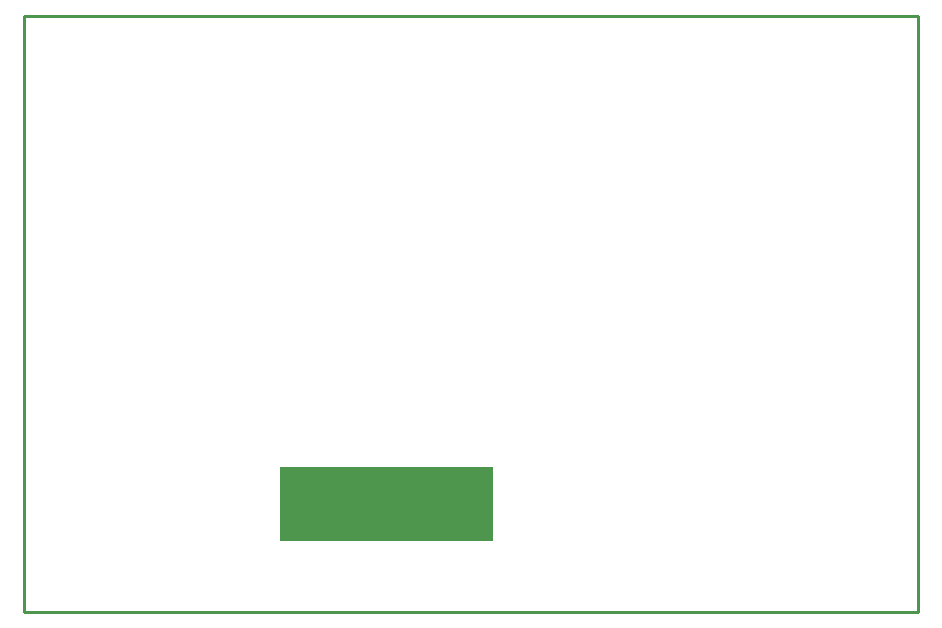
<source format=gbr>
G04*
G04 #@! TF.GenerationSoftware,Altium Limited,Altium Designer,25.0.2 (28)*
G04*
G04 Layer_Color=16711935*
%FSLAX44Y44*%
%MOMM*%
G71*
G04*
G04 #@! TF.SameCoordinates,D42C59B9-CDD2-46E9-AE24-7A473A00D307*
G04*
G04*
G04 #@! TF.FilePolarity,Positive*
G04*
G01*
G75*
%ADD14C,0.2540*%
G36*
X963350Y408900D02*
X783350D01*
Y471900D01*
X963350D01*
Y408900D01*
D02*
G37*
D14*
X566420Y853440D02*
X1323340D01*
X566420Y349250D02*
Y853440D01*
Y349250D02*
X1323340D01*
X1323340Y349250D01*
X1323340Y853440D02*
X1323340Y349250D01*
M02*

</source>
